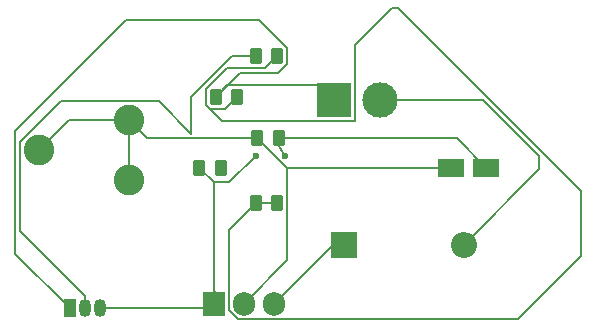
<source format=gbr>
%TF.GenerationSoftware,KiCad,Pcbnew,9.0.0*%
%TF.CreationDate,2025-03-25T11:32:13+05:30*%
%TF.ProjectId,solarpannel_project,736f6c61-7270-4616-9e6e-656c5f70726f,rev?*%
%TF.SameCoordinates,Original*%
%TF.FileFunction,Copper,L1,Top*%
%TF.FilePolarity,Positive*%
%FSLAX46Y46*%
G04 Gerber Fmt 4.6, Leading zero omitted, Abs format (unit mm)*
G04 Created by KiCad (PCBNEW 9.0.0) date 2025-03-25 11:32:13*
%MOMM*%
%LPD*%
G01*
G04 APERTURE LIST*
G04 Aperture macros list*
%AMRoundRect*
0 Rectangle with rounded corners*
0 $1 Rounding radius*
0 $2 $3 $4 $5 $6 $7 $8 $9 X,Y pos of 4 corners*
0 Add a 4 corners polygon primitive as box body*
4,1,4,$2,$3,$4,$5,$6,$7,$8,$9,$2,$3,0*
0 Add four circle primitives for the rounded corners*
1,1,$1+$1,$2,$3*
1,1,$1+$1,$4,$5*
1,1,$1+$1,$6,$7*
1,1,$1+$1,$8,$9*
0 Add four rect primitives between the rounded corners*
20,1,$1+$1,$2,$3,$4,$5,0*
20,1,$1+$1,$4,$5,$6,$7,0*
20,1,$1+$1,$6,$7,$8,$9,0*
20,1,$1+$1,$8,$9,$2,$3,0*%
G04 Aperture macros list end*
%TA.AperFunction,Conductor*%
%ADD10C,0.200000*%
%TD*%
%TA.AperFunction,ComponentPad*%
%ADD11C,2.590800*%
%TD*%
%TA.AperFunction,ComponentPad*%
%ADD12C,3.000000*%
%TD*%
%TA.AperFunction,ComponentPad*%
%ADD13R,3.000000X3.000000*%
%TD*%
%TA.AperFunction,SMDPad,CuDef*%
%ADD14R,2.200000X1.600000*%
%TD*%
%TA.AperFunction,ComponentPad*%
%ADD15O,2.200000X2.200000*%
%TD*%
%TA.AperFunction,ComponentPad*%
%ADD16R,2.200000X2.200000*%
%TD*%
%TA.AperFunction,ComponentPad*%
%ADD17O,1.905000X2.000000*%
%TD*%
%TA.AperFunction,ComponentPad*%
%ADD18R,1.905000X2.000000*%
%TD*%
%TA.AperFunction,SMDPad,CuDef*%
%ADD19RoundRect,0.250000X-0.262500X-0.450000X0.262500X-0.450000X0.262500X0.450000X-0.262500X0.450000X0*%
%TD*%
%TA.AperFunction,ComponentPad*%
%ADD20O,1.050000X1.500000*%
%TD*%
%TA.AperFunction,ComponentPad*%
%ADD21R,1.050000X1.500000*%
%TD*%
%TA.AperFunction,ViaPad*%
%ADD22C,0.600000*%
%TD*%
G04 APERTURE END LIST*
D10*
%TO.N,Net-(Q1-E)*%
X150000000Y-86000000D02*
X149000000Y-84500000D01*
%TD*%
D11*
%TO.P,Lithium-ion-battery1,1,Pin_1*%
%TO.N,Net-(Lithium-ion-battery1-Pin_1)*%
X136750000Y-88040000D03*
X136750000Y-82960000D03*
X129130000Y-85500000D03*
%TD*%
D12*
%TO.P,Solarpanel1,2,Pin_2*%
%TO.N,Net-(D1-A)*%
X157972500Y-81250000D03*
D13*
%TO.P,Solarpanel1,1,Pin_1*%
%TO.N,Net-(Q1-C)*%
X154092500Y-81250000D03*
%TD*%
D14*
%TO.P,C1,2*%
%TO.N,Net-(Q1-E)*%
X167000000Y-87000000D03*
%TO.P,C1,1*%
%TO.N,Net-(Lithium-ion-battery1-Pin_1)*%
X164000000Y-87000000D03*
%TD*%
D15*
%TO.P,D1,2,A*%
%TO.N,Net-(D1-A)*%
X165080000Y-93500000D03*
D16*
%TO.P,D1,1,K*%
%TO.N,Net-(D1-K)*%
X154920000Y-93500000D03*
%TD*%
D17*
%TO.P,U1,3,VI*%
%TO.N,Net-(D1-K)*%
X149000000Y-98500000D03*
%TO.P,U1,2,VO*%
%TO.N,Net-(Lithium-ion-battery1-Pin_1)*%
X146460000Y-98500000D03*
D18*
%TO.P,U1,1,ADJ*%
%TO.N,Net-(Q1-E)*%
X143920000Y-98500000D03*
%TD*%
D19*
%TO.P,R2,2*%
%TO.N,Net-(Lithium-ion-battery1-Pin_2)*%
X145912500Y-81000000D03*
%TO.P,R2,1*%
%TO.N,Net-(Q1-C)*%
X144087500Y-81000000D03*
%TD*%
D20*
%TO.P,Q1,3,E*%
%TO.N,Net-(Q1-E)*%
X134270000Y-98860000D03*
%TO.P,Q1,2,B*%
%TO.N,Net-(Q1-B)*%
X133000000Y-98860000D03*
D21*
%TO.P,Q1,1,C*%
%TO.N,Net-(Q1-C)*%
X131730000Y-98860000D03*
%TD*%
D19*
%TO.P,R4,2*%
%TO.N,Net-(R4-Pad2)*%
X144500000Y-87000000D03*
%TO.P,R4,1*%
%TO.N,Net-(Q1-E)*%
X142675000Y-87000000D03*
%TD*%
%TO.P,R3,2*%
%TO.N,Net-(Q1-E)*%
X149412500Y-84500000D03*
%TO.P,R3,1*%
%TO.N,Net-(Lithium-ion-battery1-Pin_1)*%
X147587500Y-84500000D03*
%TD*%
%TO.P,R1,2*%
%TO.N,Net-(Lithium-ion-battery1-Pin_2)*%
X149302500Y-77550000D03*
%TO.P,R1,1*%
%TO.N,Net-(Q1-B)*%
X147477500Y-77550000D03*
%TD*%
%TO.P,RV1,2,2*%
%TO.N,Net-(Lithium-ion-battery1-Pin_2)*%
X149302500Y-90000000D03*
%TO.P,RV1,1,1*%
X147477500Y-90000000D03*
%TD*%
D22*
%TO.N,Net-(Q1-E)*%
X150000000Y-86000000D03*
X147500000Y-86000000D03*
%TD*%
D10*
%TO.N,Net-(Q1-E)*%
X145255000Y-88245000D02*
X147500000Y-86000000D01*
X143920000Y-88245000D02*
X145255000Y-88245000D01*
X143920000Y-88245000D02*
X142675000Y-87000000D01*
X143920000Y-98500000D02*
X143920000Y-88245000D01*
%TO.N,Net-(Lithium-ion-battery1-Pin_2)*%
X148301500Y-78551000D02*
X149302500Y-77550000D01*
X145037840Y-78551000D02*
X148301500Y-78551000D01*
X143274000Y-80314840D02*
X145037840Y-78551000D01*
X143274000Y-81685160D02*
X143274000Y-80314840D01*
X144639840Y-83051000D02*
X143274000Y-81685160D01*
X155893500Y-83051000D02*
X144639840Y-83051000D01*
X155893500Y-76606500D02*
X155893500Y-83051000D01*
X159000000Y-73500000D02*
X155893500Y-76606500D01*
X159567100Y-73500000D02*
X159000000Y-73500000D01*
X175000000Y-88932900D02*
X159567100Y-73500000D01*
X175000000Y-94500000D02*
X175000000Y-88932900D01*
X169699000Y-99801000D02*
X175000000Y-94500000D01*
X145940783Y-99801000D02*
X169699000Y-99801000D01*
X145206500Y-92271000D02*
X145206500Y-99066717D01*
X145206500Y-99066717D02*
X145940783Y-99801000D01*
X147477500Y-90000000D02*
X145206500Y-92271000D01*
X147477500Y-90000000D02*
X149302500Y-90000000D01*
%TO.N,Net-(Q1-C)*%
X146135500Y-78952000D02*
X144087500Y-81000000D01*
X149399160Y-78952000D02*
X146135500Y-78952000D01*
X150116000Y-78235160D02*
X149399160Y-78952000D01*
X150116000Y-76864840D02*
X150116000Y-78235160D01*
X147751160Y-74500000D02*
X150116000Y-76864840D01*
X136500000Y-74500000D02*
X147751160Y-74500000D01*
X127132600Y-94262600D02*
X127132600Y-83867400D01*
X127132600Y-83867400D02*
X136500000Y-74500000D01*
X131730000Y-98860000D02*
X127132600Y-94262600D01*
%TO.N,Net-(Q1-B)*%
X133000000Y-97848860D02*
X133000000Y-98860000D01*
X127533600Y-92382460D02*
X133000000Y-97848860D01*
X127533600Y-84838749D02*
X127533600Y-92382460D01*
X131008749Y-81363600D02*
X127533600Y-84838749D01*
X139264600Y-81363600D02*
X131008749Y-81363600D01*
X142000000Y-84099000D02*
X139264600Y-81363600D01*
X142000000Y-81021740D02*
X142000000Y-84099000D01*
X145471740Y-77550000D02*
X142000000Y-81021740D01*
X147477500Y-77550000D02*
X145471740Y-77550000D01*
%TO.N,Net-(Lithium-ion-battery1-Pin_2)*%
X143589840Y-82001000D02*
X143274000Y-81685160D01*
X144911500Y-82001000D02*
X143589840Y-82001000D01*
X145912500Y-81000000D02*
X144911500Y-82001000D01*
%TO.N,Net-(Q1-E)*%
X143920000Y-97580000D02*
X144087500Y-97412500D01*
X143920000Y-98500000D02*
X143920000Y-97580000D01*
X143560000Y-98860000D02*
X143920000Y-98500000D01*
X134270000Y-98860000D02*
X143560000Y-98860000D01*
%TO.N,Net-(Lithium-ion-battery1-Pin_1)*%
X150116000Y-87028500D02*
X150087500Y-87000000D01*
X150116000Y-94844000D02*
X150116000Y-87028500D01*
X146460000Y-98500000D02*
X150116000Y-94844000D01*
%TO.N,Net-(D1-K)*%
X154000000Y-93500000D02*
X149000000Y-98500000D01*
X154920000Y-93500000D02*
X154000000Y-93500000D01*
%TO.N,Net-(D1-A)*%
X171500000Y-86000000D02*
X171500000Y-87080000D01*
X171500000Y-87080000D02*
X165080000Y-93500000D01*
X166750000Y-81250000D02*
X171500000Y-86000000D01*
X157972500Y-81250000D02*
X166750000Y-81250000D01*
%TO.N,Net-(Q1-E)*%
X164500000Y-84500000D02*
X149412500Y-84500000D01*
X167000000Y-87000000D02*
X164500000Y-84500000D01*
%TO.N,Net-(Lithium-ion-battery1-Pin_1)*%
X147587500Y-84500000D02*
X150087500Y-87000000D01*
X150087500Y-87000000D02*
X164000000Y-87000000D01*
X138290000Y-84500000D02*
X147587500Y-84500000D01*
X136750000Y-82960000D02*
X138290000Y-84500000D01*
%TO.N,Net-(Q1-C)*%
X145087500Y-80000000D02*
X144087500Y-81000000D01*
X154092500Y-81250000D02*
X152842500Y-80000000D01*
X152842500Y-80000000D02*
X145087500Y-80000000D01*
%TO.N,Net-(Lithium-ion-battery1-Pin_1)*%
X136750000Y-82960000D02*
X131670000Y-82960000D01*
X131670000Y-82960000D02*
X129130000Y-85500000D01*
X136750000Y-82960000D02*
X136750000Y-88040000D01*
%TD*%
M02*

</source>
